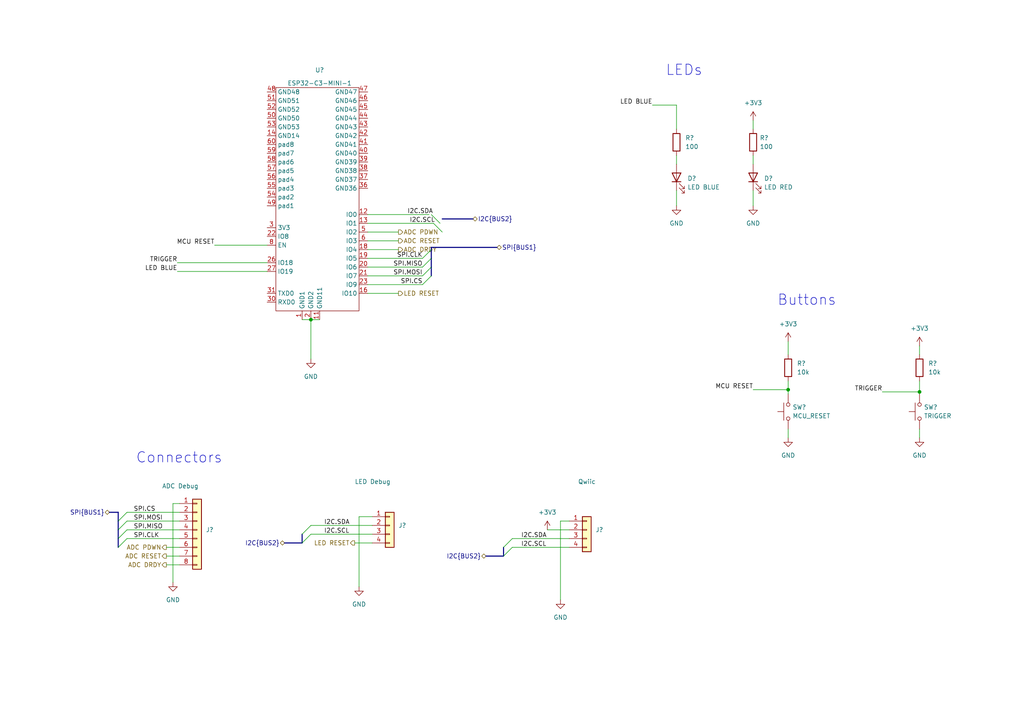
<source format=kicad_sch>
(kicad_sch (version 20211123) (generator eeschema)
  (paper "A4")
  (title_block (title "Development Board") (date "2022-06-22") (rev "2.2") (company "Plastic Scanner") (comment 1 "Juniper Technologies"))
  (lib_symbols
    (symbol "Connector_Generic:Conn_01x04" (pin_names (offset 1.016) hide)
      (property "Reference" "J" (at 0 5.08 0))
      (property "Value" "Conn_01x04" (at 0 -7.62 0))
      (symbol "Conn_01x04_1_1"
        (rectangle (start -1.27 -4.953) (end 0 -5.207) (stroke (width 0.1524)))
        (rectangle (start -1.27 -2.413) (end 0 -2.667) (stroke (width 0.1524)))
        (rectangle (start -1.27 0.127) (end 0 -0.127) (stroke (width 0.1524)))
        (rectangle (start -1.27 2.667) (end 0 2.413) (stroke (width 0.1524)))
        (rectangle (start -1.27 3.81) (end 1.27 -6.35) (stroke (width 0.254)) (fill (type background)))
        (pin passive line (at -5.08 2.54 0) (length 3.81) (name "Pin_1") (number "1"))
        (pin passive line (at -5.08 0 0) (length 3.81) (name "Pin_2") (number "2"))
        (pin passive line (at -5.08 -2.54 0) (length 3.81) (name "Pin_3") (number "3"))
        (pin passive line (at -5.08 -5.08 0) (length 3.81) (name "Pin_4") (number "4"))
      )
    )
    (symbol "Connector_Generic:Conn_01x08" (pin_names (offset 1.016) hide)
      (property "Reference" "J" (at 0 10.16 0))
      (property "Value" "Conn_01x08" (at 0 -12.7 0))
      (symbol "Conn_01x08_1_1"
        (rectangle (start -1.27 -10.033) (end 0 -10.287) (stroke (width 0.1524)))
        (rectangle (start -1.27 -7.493) (end 0 -7.747) (stroke (width 0.1524)))
        (rectangle (start -1.27 -4.953) (end 0 -5.207) (stroke (width 0.1524)))
        (rectangle (start -1.27 -2.413) (end 0 -2.667) (stroke (width 0.1524)))
        (rectangle (start -1.27 0.127) (end 0 -0.127) (stroke (width 0.1524)))
        (rectangle (start -1.27 2.667) (end 0 2.413) (stroke (width 0.1524)))
        (rectangle (start -1.27 5.207) (end 0 4.953) (stroke (width 0.1524)))
        (rectangle (start -1.27 7.747) (end 0 7.493) (stroke (width 0.1524)))
        (rectangle (start -1.27 8.89) (end 1.27 -11.43) (stroke (width 0.254)) (fill (type background)))
        (pin passive line (at -5.08 7.62 0) (length 3.81) (name "Pin_1") (number "1"))
        (pin passive line (at -5.08 5.08 0) (length 3.81) (name "Pin_2") (number "2"))
        (pin passive line (at -5.08 2.54 0) (length 3.81) (name "Pin_3") (number "3"))
        (pin passive line (at -5.08 0 0) (length 3.81) (name "Pin_4") (number "4"))
        (pin passive line (at -5.08 -2.54 0) (length 3.81) (name "Pin_5") (number "5"))
        (pin passive line (at -5.08 -5.08 0) (length 3.81) (name "Pin_6") (number "6"))
        (pin passive line (at -5.08 -7.62 0) (length 3.81) (name "Pin_7") (number "7"))
        (pin passive line (at -5.08 -10.16 0) (length 3.81) (name "Pin_8") (number "8"))
      )
    )
    (symbol "Device:LED" (pin_numbers hide) (pin_names (offset 1.016) hide)
      (property "Reference" "D" (at 0 2.54 0))
      (property "Value" "LED" (at 0 -2.54 0))
      (symbol "LED_0_1"
        (polyline (pts (xy -1.27 -1.27) (xy -1.27 1.27)) (stroke (width 0.254)))
        (polyline (pts (xy -1.27 0) (xy 1.27 0)))
        (polyline (pts (xy 1.27 -1.27) (xy 1.27 1.27) (xy -1.27 0) (xy 1.27 -1.27)) (stroke (width 0.254)))
        (polyline (pts (xy -3.048 -0.762) (xy -4.572 -2.286) (xy -3.81 -2.286) (xy -4.572 -2.286) (xy -4.572 -1.524)))
        (polyline (pts (xy -1.778 -0.762) (xy -3.302 -2.286) (xy -2.54 -2.286) (xy -3.302 -2.286) (xy -3.302 -1.524)))
      )
      (symbol "LED_1_1"
        (pin passive line (at -3.81 0 0) (length 2.54) (name "K") (number "1"))
        (pin passive line (at 3.81 0 180) (length 2.54) (name "A") (number "2"))
      )
    )
    (symbol "Device:R" (pin_numbers hide) (pin_names (offset 0))
      (property "Reference" "R" (at 2.032 0 90))
      (property "Value" "R" (at 0 0 90))
      (symbol "R_0_1"
        (rectangle (start -1.016 -2.54) (end 1.016 2.54) (stroke (width 0.254)))
      )
      (symbol "R_1_1"
        (pin passive line (at 0 3.81 270) (length 1.27) (name "~") (number "1"))
        (pin passive line (at 0 -3.81 90) (length 1.27) (name "~") (number "2"))
      )
    )
    (symbol "Switch:SW_Push" (pin_numbers hide) (pin_names (offset 1.016) hide)
      (property "Reference" "SW" (at 1.27 2.54 0))
      (property "Value" "SW_Push" (at 0 -1.524 0))
      (symbol "SW_Push_0_1"
        (circle (center -2.032 0) (radius 0.508))
        (polyline (pts (xy 0 1.27) (xy 0 3.048)))
        (polyline (pts (xy 2.54 1.27) (xy -2.54 1.27)))
        (circle (center 2.032 0) (radius 0.508))
        (pin passive line (at -5.08 0 0) (length 2.54) (name "1") (number "1"))
        (pin passive line (at 5.08 0 180) (length 2.54) (name "2") (number "2"))
      )
    )
    (symbol "esp32-c3-mini-1:ESP32-C3-MINI-1"
      (property "Reference" "U" (at 10.16 -17.78 0))
      (property "Value" "ESP32-C3-MINI-1" (at 15.24 -21.59 0))
      (symbol "ESP32-C3-MINI-1_0_0"
        (text "" (at 6.35 -25.4 0) (effects (font (size 1.27 1.27))))
        (text "" (at 16.51 2.54 0) (effects (font (size 1.27 1.27))))
        (pin power_out line (at 0 -19.05 90) (length 2.54) (name "GND11") (number "11"))
        (pin power_out line (at -15.24 34.29 0) (length 2.54) (name "GND14") (number "14"))
        (pin power_out line (at -2.54 -19.05 90) (length 2.54) (name "GND2") (number "2"))
        (pin power_out line (at 13.97 19.05 180) (length 2.54) (name "GND36") (number "36"))
        (pin power_out line (at 13.97 21.59 180) (length 2.54) (name "GND37") (number "37"))
        (pin power_out line (at 13.97 24.13 180) (length 2.54) (name "GND38") (number "38"))
        (pin power_out line (at 13.97 26.67 180) (length 2.54) (name "GND39") (number "39"))
        (pin power_out line (at 13.97 29.21 180) (length 2.54) (name "GND40") (number "40"))
        (pin power_out line (at 13.97 31.75 180) (length 2.54) (name "GND41") (number "41"))
        (pin power_out line (at 13.97 34.29 180) (length 2.54) (name "GND42") (number "42"))
        (pin power_out line (at 13.97 36.83 180) (length 2.54) (name "GND43") (number "43"))
        (pin power_out line (at 13.97 39.37 180) (length 2.54) (name "GND44") (number "44"))
        (pin power_out line (at 13.97 41.91 180) (length 2.54) (name "GND45") (number "45"))
        (pin power_out line (at 13.97 44.45 180) (length 2.54) (name "GND46") (number "46"))
        (pin power_out line (at 13.97 46.99 180) (length 2.54) (name "GND47") (number "47"))
        (pin power_out line (at -15.24 46.99 0) (length 2.54) (name "GND48") (number "48"))
        (pin power_out line (at -15.24 13.97 0) (length 2.54) (name "pad1") (number "49"))
        (pin power_out line (at -15.24 39.37 0) (length 2.54) (name "GND50") (number "50"))
        (pin power_out line (at -15.24 44.45 0) (length 2.54) (name "GND51") (number "51"))
        (pin power_out line (at -15.24 41.91 0) (length 2.54) (name "GND52") (number "52"))
        (pin power_out line (at -15.24 36.83 0) (length 2.54) (name "GND53") (number "53"))
        (pin power_out line (at -15.24 16.51 0) (length 2.54) (name "pad2") (number "54"))
        (pin power_out line (at -15.24 19.05 0) (length 2.54) (name "pad3") (number "55"))
        (pin power_out line (at -15.24 21.59 0) (length 2.54) (name "pad4") (number "56"))
        (pin power_out line (at -15.24 24.13 0) (length 2.54) (name "pad5") (number "57"))
        (pin power_out line (at -15.24 26.67 0) (length 2.54) (name "pad6") (number "58"))
        (pin power_out line (at -15.24 29.21 0) (length 2.54) (name "pad7") (number "59"))
        (pin power_out line (at -15.24 31.75 0) (length 2.54) (name "pad8") (number "60"))
      )
      (symbol "ESP32-C3-MINI-1_0_1"
        (rectangle (start -12.7 48.26) (end 11.43 -16.51) (stroke (width 0.1524)))
      )
      (symbol "ESP32-C3-MINI-1_1_1"
        (pin power_out line (at -5.08 -19.05 90) (length 2.54) (name "GND1") (number "1"))
        (pin no_connect line (at 52.07 20.955 270) (length 2.54) hide (name "NC10") (number "10"))
        (pin input line (at 13.97 11.43 180) (length 2.54) (name "IO0") (number "12"))
        (pin input line (at 13.97 8.89 180) (length 2.54) (name "IO1") (number "13"))
        (pin no_connect line (at 53.975 20.955 270) (length 2.54) hide (name "NC15") (number "15"))
        (pin input line (at 13.97 -11.43 180) (length 2.54) (name "IO10") (number "16"))
        (pin no_connect line (at 55.88 20.955 270) (length 2.54) hide (name "NC17") (number "17"))
        (pin input line (at 13.97 1.27 180) (length 2.54) (name "IO4") (number "18"))
        (pin input line (at 13.97 -1.27 180) (length 2.54) (name "IO5") (number "19"))
        (pin input line (at 13.97 -3.81 180) (length 2.54) (name "IO6") (number "20"))
        (pin input line (at 13.97 -6.35 180) (length 2.54) (name "IO7") (number "21"))
        (pin input line (at -15.24 5.08 0) (length 2.54) (name "IO8") (number "22"))
        (pin input line (at 13.97 -8.89 180) (length 2.54) (name "IO9") (number "23"))
        (pin no_connect line (at 54.61 20.955 270) (length 2.54) hide (name "NC24") (number "24"))
        (pin no_connect line (at 56.515 20.955 270) (length 2.54) hide (name "NC25") (number "25"))
        (pin input line (at -15.24 -2.54 0) (length 2.54) (name "IO18") (number "26"))
        (pin input line (at -15.24 -5.08 0) (length 2.54) (name "IO19") (number "27"))
        (pin no_connect line (at 58.42 20.955 270) (length 2.54) hide (name "NC28") (number "28"))
        (pin no_connect line (at 60.325 20.955 270) (length 2.54) hide (name "NC29") (number "29"))
        (pin power_in line (at -15.24 7.62 0) (length 2.54) (name "3V3") (number "3"))
        (pin input line (at -15.24 -13.97 0) (length 2.54) (name "RXD0") (number "30"))
        (pin output line (at -15.24 -11.43 0) (length 2.54) (name "TXD0") (number "31"))
        (pin no_connect line (at 62.23 20.955 270) (length 2.54) hide (name "NC32") (number "32"))
        (pin no_connect line (at 64.135 20.955 270) (length 2.54) hide (name "NC33") (number "33"))
        (pin no_connect line (at 66.04 20.955 270) (length 2.54) hide (name "NC34") (number "34"))
        (pin no_connect line (at 67.945 20.955 270) (length 2.54) hide (name "NC35") (number "35"))
        (pin no_connect line (at 46.355 20.955 270) (length 2.54) hide (name "NC4") (number "4"))
        (pin input line (at 13.97 6.35 180) (length 2.54) (name "IO2") (number "5"))
        (pin input line (at 13.97 3.81 180) (length 2.54) (name "IO3") (number "6"))
        (pin no_connect line (at 48.26 20.955 270) (length 2.54) hide (name "NC7") (number "7"))
        (pin input line (at -15.24 2.54 0) (length 2.54) (name "EN") (number "8"))
        (pin no_connect line (at 50.165 20.955 270) (length 2.54) hide (name "NC9") (number "9"))
      )
    )
    (symbol "power:+3.3V" (power) (pin_names (offset 0))
      (property "Value" "+3.3V" (at 0 3.556 0))
      (symbol "+3.3V_0_1"
        (polyline (pts (xy -0.762 1.27) (xy 0 2.54)))
        (polyline (pts (xy 0 0) (xy 0 2.54)))
        (polyline (pts (xy 0 2.54) (xy 0.762 1.27)))
      )
      (symbol "+3.3V_1_1"
        (pin power_in line (at 0 0 90) (length 0) hide (name "+3V3") (number "1"))
      )
    )
    (symbol "power:GND" (power) (pin_names (offset 0))
      (property "Value" "GND" (at 0 -3.81 0))
      (symbol "GND_0_1"
        (polyline (pts (xy 0 0) (xy 0 -1.27) (xy 1.27 -1.27) (xy 0 -2.54) (xy -1.27 -1.27) (xy 0 -1.27)))
      )
      (symbol "GND_1_1"
        (pin power_in line (at 0 0 270) (length 0) hide (name "GND") (number "1"))
      )
    )
  )
  (junction (at 228.6 113.03))
  (junction (at 90.17 92.71))
  (junction (at 266.7 113.665))
  (bus_entry (at 87.63 157.48) (size 2.54 -2.54))
  (bus_entry (at 125.095 80.01) (size -2.54 2.54))
  (bus_entry (at 34.29 156.21) (size 2.54 -2.54))
  (bus_entry (at 34.29 158.75) (size 2.54 -2.54))
  (bus_entry (at 87.63 154.94) (size 2.54 -2.54))
  (bus_entry (at 125.73 64.77) (size 2.54 2.54))
  (bus_entry (at 146.05 161.29) (size 2.54 -2.54))
  (bus_entry (at 125.095 74.93) (size -2.54 2.54))
  (bus_entry (at 34.29 153.67) (size 2.54 -2.54))
  (bus_entry (at 125.095 72.39) (size -2.54 2.54))
  (bus_entry (at 146.05 158.75) (size 2.54 -2.54))
  (bus_entry (at 34.29 151.13) (size 2.54 -2.54))
  (bus_entry (at 125.095 77.47) (size -2.54 2.54))
  (bus_entry (at 125.095 62.23) (size 2.54 2.54))
  (bus (pts (xy 125.095 77.47) (xy 125.095 74.93)))
  (wire (pts (xy 52.07 146.05) (xy 50.165 146.05)))
  (bus (pts (xy 128.27 63.5) (xy 137.16 63.5)))
  (wire (pts (xy 162.56 151.13) (xy 165.1 151.13)))
  (wire (pts (xy 165.1 153.67) (xy 158.75 153.67)))
  (bus (pts (xy 34.29 156.21) (xy 34.29 158.75)))
  (wire (pts (xy 122.555 80.01) (xy 106.68 80.01)))
  (wire (pts (xy 104.14 170.18) (xy 104.14 149.86)))
  (wire (pts (xy 36.83 151.13) (xy 52.07 151.13)))
  (bus (pts (xy 125.095 80.01) (xy 125.095 77.47)))
  (wire (pts (xy 77.47 78.74) (xy 51.435 78.74)))
  (wire (pts (xy 36.83 156.21) (xy 52.07 156.21)))
  (wire (pts (xy 228.6 113.03) (xy 228.6 114.3)))
  (wire (pts (xy 266.7 100.33) (xy 266.7 102.87)))
  (bus (pts (xy 87.63 157.48) (xy 82.55 157.48)))
  (wire (pts (xy 196.215 30.48) (xy 196.215 37.465)))
  (wire (pts (xy 189.23 30.48) (xy 196.215 30.48)))
  (wire (pts (xy 148.59 158.75) (xy 165.1 158.75)))
  (wire (pts (xy 106.68 62.23) (xy 124.46 62.23)))
  (wire (pts (xy 104.14 149.86) (xy 107.95 149.86)))
  (wire (pts (xy 50.165 146.05) (xy 50.165 168.91)))
  (wire (pts (xy 90.17 92.71) (xy 90.17 104.14)))
  (bus (pts (xy 87.63 154.94) (xy 87.63 157.48)))
  (wire (pts (xy 122.555 77.47) (xy 106.68 77.47)))
  (wire (pts (xy 266.7 124.46) (xy 266.7 127)))
  (wire (pts (xy 48.26 163.83) (xy 52.07 163.83)))
  (wire (pts (xy 115.57 72.39) (xy 106.68 72.39)))
  (wire (pts (xy 115.57 85.09) (xy 106.68 85.09)))
  (bus (pts (xy 144.145 71.755) (xy 125.095 71.755)))
  (wire (pts (xy 77.47 71.12) (xy 62.23 71.12)))
  (wire (pts (xy 196.215 45.085) (xy 196.215 47.625)))
  (wire (pts (xy 36.83 148.59) (xy 52.07 148.59)))
  (bus (pts (xy 146.05 161.29) (xy 140.97 161.29)))
  (wire (pts (xy 255.905 113.665) (xy 266.7 113.665)))
  (bus (pts (xy 34.29 151.13) (xy 34.29 153.67)))
  (wire (pts (xy 90.17 92.71) (xy 92.71 92.71)))
  (wire (pts (xy 266.7 110.49) (xy 266.7 113.665)))
  (wire (pts (xy 48.26 158.75) (xy 52.07 158.75)))
  (wire (pts (xy 51.435 76.2) (xy 77.47 76.2)))
  (wire (pts (xy 90.17 152.4) (xy 107.95 152.4)))
  (bus (pts (xy 34.29 153.67) (xy 34.29 156.21)))
  (wire (pts (xy 266.7 113.665) (xy 266.7 114.3)))
  (wire (pts (xy 115.57 69.85) (xy 106.68 69.85)))
  (wire (pts (xy 218.44 34.925) (xy 218.44 37.465)))
  (wire (pts (xy 106.68 64.77) (xy 125.73 64.77)))
  (wire (pts (xy 228.6 110.49) (xy 228.6 113.03)))
  (bus (pts (xy 125.095 74.93) (xy 125.095 72.39)))
  (wire (pts (xy 102.87 157.48) (xy 107.95 157.48)))
  (wire (pts (xy 90.17 154.94) (xy 107.95 154.94)))
  (wire (pts (xy 148.59 156.21) (xy 165.1 156.21)))
  (wire (pts (xy 48.26 161.29) (xy 52.07 161.29)))
  (bus (pts (xy 31.75 148.59) (xy 34.29 148.59)))
  (wire (pts (xy 122.555 74.93) (xy 106.68 74.93)))
  (wire (pts (xy 36.83 153.67) (xy 52.07 153.67)))
  (bus (pts (xy 34.29 151.13) (xy 34.29 148.59)))
  (wire (pts (xy 218.44 55.245) (xy 218.44 59.69)))
  (bus (pts (xy 146.05 158.75) (xy 146.05 161.29)))
  (wire (pts (xy 87.63 92.71) (xy 90.17 92.71)))
  (wire (pts (xy 228.6 99.06) (xy 228.6 102.87)))
  (wire (pts (xy 115.57 67.31) (xy 106.68 67.31)))
  (wire (pts (xy 162.56 173.99) (xy 162.56 151.13)))
  (wire (pts (xy 122.555 82.55) (xy 106.68 82.55)))
  (wire (pts (xy 218.44 45.085) (xy 218.44 47.625)))
  (bus (pts (xy 125.095 72.39) (xy 125.095 71.755)))
  (wire (pts (xy 228.6 124.46) (xy 228.6 127)))
  (wire (pts (xy 196.215 55.245) (xy 196.215 59.69)))
  (wire (pts (xy 218.44 113.03) (xy 228.6 113.03)))
  (text "Buttons" (at 225.425 88.9 0) (effects (font (size 3 3)) (justify left bottom)))
  (text "Connectors" (at 39.37 134.62 0) (effects (font (size 3 3)) (justify left bottom)))
  (text "LEDs" (at 193.04 22.225 0) (effects (font (size 3 3)) (justify left bottom)))
  (label "I2C.SDA" (at 151.13 156.21 0))
  (label "SPI.CLK" (at 122.555 74.93 180))
  (label "TRIGGER" (at 255.905 113.665 180))
  (label "I2C.SDA" (at 93.98 152.4 0))
  (label "I2C.SDA" (at 118.1474 62.23 0))
  (label "MCU RESET" (at 218.44 113.03 180))
  (label "MCU RESET" (at 62.23 71.12 180))
  (label "SPI.CS" (at 122.555 82.55 180))
  (label "SPI.MISO" (at 38.735 153.67 0))
  (label "SPI.MOSI" (at 122.555 80.01 180))
  (label "TRIGGER" (at 51.435 76.2 180))
  (label "LED BLUE" (at 189.23 30.48 180))
  (label "SPI.MOSI" (at 38.735 151.13 0))
  (label "I2C.SCL" (at 93.98 154.94 0))
  (label "SPI.CS" (at 38.735 148.59 0))
  (label "SPI.MISO" (at 122.555 77.47 180))
  (label "SPI.CLK" (at 38.735 156.21 0))
  (label "LED BLUE" (at 51.435 78.74 180))
  (label "I2C.SCL" (at 151.13 158.75 0))
  (label "I2C.SCL" (at 118.7805 64.77 0))
  (hierarchical_label "ADC RESET" (shape output) (at 115.57 69.85 0))
  (hierarchical_label "SPI{BUS1}" (shape bidirectional) (at 144.145 71.755 0))
  (hierarchical_label "LED RESET" (shape output) (at 115.57 85.09 0))
  (hierarchical_label "ADC DRDY" (shape output) (at 48.26 163.83 180))
  (hierarchical_label "ADC PDWN" (shape output) (at 48.26 158.75 180))
  (hierarchical_label "I2C{BUS2}" (shape bidirectional) (at 140.97 161.29 180))
  (hierarchical_label "LED RESET" (shape output) (at 102.87 157.48 180))
  (hierarchical_label "SPI{BUS1}" (shape bidirectional) (at 31.75 148.59 180))
  (hierarchical_label "ADC RESET" (shape output) (at 48.26 161.29 180))
  (hierarchical_label "I2C{BUS2}" (shape bidirectional) (at 137.16 63.5 0))
  (hierarchical_label "ADC DRDY" (shape output) (at 115.57 72.39 0))
  (hierarchical_label "I2C{BUS2}" (shape bidirectional) (at 82.55 157.48 180))
  (hierarchical_label "ADC PDWN" (shape output) (at 115.57 67.31 0))
  (symbol (lib_id "Connector_Generic:Conn_01x08") (at 57.15 153.67 0) (unit 1)
    (property "Reference" "J?" (at 59.69 153.6699 0) (effects (justify left)))
    (property "Value" "ADC Debug" (at 46.99 140.97 0) (effects (justify left)))
    (property "Footprint" "Connector_PinHeader_2.54mm:PinHeader_1x08_P2.54mm_Vertical" (effects hide))
  )
  (symbol (lib_id "power:GND") (at 104.14 170.18 0) (unit 1)
    (property "Reference" "#PWR?" (effects hide))
    (property "Value" "GND" (at 104.14 175.26 0))
  )
  (symbol (lib_id "power:+3.3V") (at 158.75 153.67 0) (unit 1)
    (property "Reference" "#PWR?" (effects hide))
    (property "Value" "+3.3V" (at 158.75 148.59 0))
  )
  (symbol (lib_id "Switch:SW_Push") (at 266.7 119.38 90) (unit 1)
    (property "Reference" "SW?" (at 267.97 118.1099 90) (effects (justify right)))
    (property "Value" "TRIGGER" (at 267.97 120.6499 90) (effects (justify right)))
    (property "Footprint" "Button_Switch_THT:SW_PUSH_6mm" (effects hide))
  )
  (symbol (lib_id "Device:R") (at 218.44 41.275 0) (mirror y) (unit 1)
    (property "Reference" "R?" (at 220.345 40.0049 0) (effects (justify right)))
    (property "Value" "100" (at 220.345 42.5449 0) (effects (justify right)))
    (property "Footprint" "Resistor_SMD:R_0805_2012Metric_Pad1.20x1.40mm_HandSolder" (effects hide))
  )
  (symbol (lib_id "power:GND") (at 162.56 173.99 0) (unit 1)
    (property "Reference" "#PWR?" (effects hide))
    (property "Value" "GND" (at 162.56 179.07 0))
  )
  (symbol (lib_id "power:GND") (at 218.44 59.69 0) (unit 1)
    (property "Reference" "#PWR?" (effects hide))
    (property "Value" "GND" (at 218.44 64.77 0))
  )
  (symbol (lib_id "power:+3.3V") (at 228.6 99.06 0) (unit 1)
    (property "Reference" "#PWR?" (effects hide))
    (property "Value" "+3.3V" (at 228.6 93.98 0))
  )
  (symbol (lib_id "Device:LED") (at 218.44 51.435 90) (unit 1)
    (property "Reference" "D?" (at 221.615 51.7524 90) (effects (justify right)))
    (property "Value" "LED RED" (at 221.615 54.2924 90) (effects (justify right)))
    (property "Footprint" "LED_SMD:LED_0805_2012Metric_Pad1.15x1.40mm_HandSolder" (effects hide))
  )
  (symbol (lib_id "power:GND") (at 228.6 127 0) (unit 1)
    (property "Reference" "#PWR?" (effects hide))
    (property "Value" "GND" (at 228.6 132.08 0))
  )
  (symbol (lib_id "power:+3.3V") (at 266.7 100.33 0) (unit 1)
    (property "Reference" "#PWR?" (effects hide))
    (property "Value" "+3.3V" (at 266.7 95.25 0))
  )
  (symbol (lib_id "Switch:SW_Push") (at 228.6 119.38 90) (unit 1)
    (property "Reference" "SW?" (at 229.87 118.1099 90) (effects (justify right)))
    (property "Value" "MCU_RESET" (at 229.87 120.6499 90) (effects (justify right)))
    (property "Footprint" "Button_Switch_THT:SW_PUSH_6mm" (effects hide))
  )
  (symbol (lib_id "power:GND") (at 90.17 104.14 0) (unit 1)
    (property "Reference" "#PWR?" (effects hide))
    (property "Value" "GND" (at 90.17 109.22 0))
  )
  (symbol (lib_id "esp32-c3-mini-1:ESP32-C3-MINI-1") (at 92.71 73.66 0) (unit 1)
    (property "Reference" "U?" (at 92.71 20.32 0))
    (property "Value" "ESP32-C3-MINI-1" (at 92.71 24.13 0))
  )
  (symbol (lib_id "Connector_Generic:Conn_01x04") (at 113.03 152.4 0) (unit 1)
    (property "Reference" "J?" (at 115.57 152.3999 0) (effects (justify left)))
    (property "Value" "LED Debug" (at 102.87 139.7 0) (effects (justify left)))
    (property "Footprint" "Connector_PinHeader_2.54mm:PinHeader_1x04_P2.54mm_Vertical" (effects hide))
  )
  (symbol (lib_id "Device:LED") (at 196.215 51.435 90) (unit 1)
    (property "Reference" "D?" (at 199.39 51.7524 90) (effects (justify right)))
    (property "Value" "LED BLUE" (at 199.39 54.2924 90) (effects (justify right)))
    (property "Footprint" "LED_SMD:LED_0805_2012Metric_Pad1.15x1.40mm_HandSolder" (effects hide))
  )
  (symbol (lib_id "power:GND") (at 50.165 168.91 0) (unit 1)
    (property "Reference" "#PWR?" (effects hide))
    (property "Value" "GND" (at 50.165 173.99 0))
  )
  (symbol (lib_id "Device:R") (at 228.6 106.68 0) (unit 1)
    (property "Reference" "R?" (at 231.14 105.4099 0) (effects (justify left)))
    (property "Value" "10k" (at 231.14 107.9499 0) (effects (justify left)))
    (property "Footprint" "Resistor_SMD:R_0805_2012Metric_Pad1.20x1.40mm_HandSolder" (effects hide))
  )
  (symbol (lib_id "Device:R") (at 266.7 106.68 0) (unit 1)
    (property "Reference" "R?" (at 269.24 105.4099 0) (effects (justify left)))
    (property "Value" "10k" (at 269.24 107.9499 0) (effects (justify left)))
    (property "Footprint" "Resistor_SMD:R_0805_2012Metric_Pad1.20x1.40mm_HandSolder" (effects hide))
  )
  (symbol (lib_id "Connector_Generic:Conn_01x04") (at 170.18 153.67 0) (unit 1)
    (property "Reference" "J?" (at 172.72 153.6699 0) (effects (justify left)))
    (property "Value" "Qwiic" (at 167.64 139.7 0) (effects (justify left)))
    (property "Footprint" "Connector_JST:JST_SH_SM04B-SRSS-TB_1x04-1MP_P1.00mm_Horizontal" (effects hide))
  )
  (symbol (lib_id "power:GND") (at 266.7 127 0) (unit 1)
    (property "Reference" "#PWR?" (effects hide))
    (property "Value" "GND" (at 266.7 132.08 0))
  )
  (symbol (lib_id "power:GND") (at 196.215 59.69 0) (unit 1)
    (property "Reference" "#PWR?" (effects hide))
    (property "Value" "GND" (at 196.215 64.77 0))
  )
  (symbol (lib_id "power:+3.3V") (at 218.44 34.925 0) (unit 1)
    (property "Reference" "#PWR?" (effects hide))
    (property "Value" "+3.3V" (at 218.44 29.845 0))
  )
  (symbol (lib_id "Device:R") (at 196.215 41.275 0) (mirror y) (unit 1)
    (property "Reference" "R?" (at 198.755 40.0049 0) (effects (justify right)))
    (property "Value" "100" (at 198.755 42.5449 0) (effects (justify right)))
    (property "Footprint" "Resistor_SMD:R_0805_2012Metric_Pad1.20x1.40mm_HandSolder" (effects hide))
  )
)
</source>
